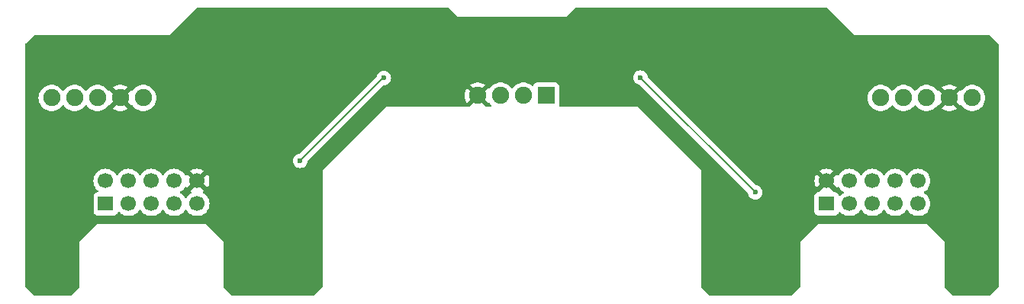
<source format=gbl>
G04 #@! TF.GenerationSoftware,KiCad,Pcbnew,8.0.7*
G04 #@! TF.CreationDate,2025-01-25T19:39:47+00:00*
G04 #@! TF.ProjectId,NB3_eyes,4e42335f-6579-4657-932e-6b696361645f,0.0.1*
G04 #@! TF.SameCoordinates,PX9d6ebcaPY67ee71d*
G04 #@! TF.FileFunction,Copper,L2,Bot*
G04 #@! TF.FilePolarity,Positive*
%FSLAX46Y46*%
G04 Gerber Fmt 4.6, Leading zero omitted, Abs format (unit mm)*
G04 Created by KiCad (PCBNEW 8.0.7) date 2025-01-25 19:39:47*
%MOMM*%
%LPD*%
G01*
G04 APERTURE LIST*
G04 #@! TA.AperFunction,ComponentPad*
%ADD10R,1.900000X1.900000*%
G04 #@! TD*
G04 #@! TA.AperFunction,ComponentPad*
%ADD11C,1.900000*%
G04 #@! TD*
G04 #@! TA.AperFunction,ComponentPad*
%ADD12R,1.700000X1.574803*%
G04 #@! TD*
G04 #@! TA.AperFunction,ComponentPad*
%ADD13C,1.700000*%
G04 #@! TD*
G04 #@! TA.AperFunction,ViaPad*
%ADD14C,0.600000*%
G04 #@! TD*
G04 #@! TA.AperFunction,Conductor*
%ADD15C,0.200000*%
G04 #@! TD*
G04 APERTURE END LIST*
D10*
X3810021Y23261512D03*
D11*
X1270016Y23261512D03*
X-1269990Y23261512D03*
X-3809995Y23261512D03*
D12*
X34919990Y11229997D03*
D13*
X34919990Y13770003D03*
X37459995Y11229997D03*
X37459995Y13770003D03*
X40000000Y11229997D03*
X40000000Y13770003D03*
X42540005Y11229997D03*
X42540005Y13770003D03*
X45080010Y11229997D03*
X45080010Y13770003D03*
D12*
X-45080010Y11229997D03*
D13*
X-45080010Y13770003D03*
X-42540005Y11229997D03*
X-42540005Y13770003D03*
X-40000000Y11229997D03*
X-40000000Y13770003D03*
X-37459995Y11229997D03*
X-37459995Y13770003D03*
X-34919990Y11229997D03*
X-34919990Y13770003D03*
D11*
X51080010Y23000000D03*
X48540005Y23000000D03*
X46000000Y23000000D03*
X43459995Y23000000D03*
X40919990Y23000000D03*
X-51080010Y23000000D03*
X-48540005Y23000000D03*
X-46000000Y23000000D03*
X-43459995Y23000000D03*
X-40919990Y23000000D03*
D14*
X-23500000Y16000000D03*
X-14218750Y25218750D03*
X14250000Y25250000D03*
X27000000Y12500000D03*
D15*
X14250000Y25250000D02*
X27000000Y12500000D01*
X-14218750Y25218750D02*
X-14281250Y25218750D01*
X-14281250Y25218750D02*
X-23500000Y16000000D01*
G04 #@! TA.AperFunction,Conductor*
G36*
X-35432520Y13557706D02*
G01*
X-35360110Y13432287D01*
X-35257706Y13329883D01*
X-35132287Y13257473D01*
X-35090235Y13246205D01*
X-35681363Y12655078D01*
X-35605391Y12601881D01*
X-35561766Y12547304D01*
X-35554574Y12477805D01*
X-35586096Y12415451D01*
X-35605391Y12398731D01*
X-35791396Y12268489D01*
X-35958485Y12101400D01*
X-36088418Y11915835D01*
X-36142995Y11872210D01*
X-36212493Y11865017D01*
X-36274848Y11896539D01*
X-36291568Y11915835D01*
X-36421501Y12101400D01*
X-36588593Y12268491D01*
X-36588600Y12268496D01*
X-36774157Y12398425D01*
X-36817782Y12453002D01*
X-36824975Y12522500D01*
X-36793453Y12584855D01*
X-36774157Y12601575D01*
X-36697749Y12655077D01*
X-36588594Y12731508D01*
X-36421500Y12898602D01*
X-36291261Y13084603D01*
X-36236686Y13128226D01*
X-36167188Y13135420D01*
X-36104833Y13103897D01*
X-36088114Y13084602D01*
X-36034918Y13008631D01*
X-36034917Y13008631D01*
X-35443789Y13599759D01*
X-35432520Y13557706D01*
G37*
G04 #@! TD.AperFunction*
G04 #@! TA.AperFunction,Conductor*
G36*
X36034915Y13008632D02*
G01*
X36088113Y13084603D01*
X36142690Y13128227D01*
X36212189Y13135419D01*
X36274543Y13103896D01*
X36291262Y13084601D01*
X36421495Y12898608D01*
X36421500Y12898602D01*
X36588594Y12731508D01*
X36697747Y12655078D01*
X36774157Y12601575D01*
X36817782Y12546998D01*
X36824975Y12477500D01*
X36793453Y12415145D01*
X36774157Y12398425D01*
X36588595Y12268494D01*
X36449659Y12129558D01*
X36388336Y12096074D01*
X36318644Y12101058D01*
X36262711Y12142930D01*
X36245796Y12173907D01*
X36213787Y12259728D01*
X36213783Y12259735D01*
X36127537Y12374944D01*
X36127534Y12374947D01*
X36012325Y12461193D01*
X36012318Y12461197D01*
X35877472Y12511491D01*
X35877473Y12511491D01*
X35817873Y12517898D01*
X35817871Y12517899D01*
X35817863Y12517899D01*
X35817855Y12517899D01*
X35804683Y12517899D01*
X35737644Y12537584D01*
X35691889Y12590388D01*
X35681155Y12652704D01*
X35681362Y12655077D01*
X35090234Y13246205D01*
X35132287Y13257473D01*
X35257706Y13329883D01*
X35360110Y13432287D01*
X35432520Y13557706D01*
X35443788Y13599759D01*
X36034915Y13008632D01*
G37*
G04 #@! TD.AperFunction*
G04 #@! TA.AperFunction,Conductor*
G36*
X-6984323Y32980315D02*
G01*
X-6963681Y32963681D01*
X-6000000Y32000000D01*
X6000000Y32000000D01*
X6963681Y32963681D01*
X7025004Y32997166D01*
X7051362Y33000000D01*
X34948638Y33000000D01*
X35015677Y32980315D01*
X35036319Y32963681D01*
X38000000Y30000000D01*
X52948638Y30000000D01*
X53015677Y29980315D01*
X53036319Y29963681D01*
X53963681Y29036319D01*
X53997166Y28974996D01*
X54000000Y28948638D01*
X54000000Y2051362D01*
X53980315Y1984323D01*
X53963681Y1963681D01*
X53036319Y1036319D01*
X52974996Y1002834D01*
X52948638Y1000000D01*
X49051362Y1000000D01*
X48984323Y1019685D01*
X48963681Y1036319D01*
X48036319Y1963681D01*
X48002834Y2025004D01*
X48000000Y2051362D01*
X48000000Y7000000D01*
X46000000Y9000000D01*
X34000000Y9000000D01*
X33999999Y9000000D01*
X32000000Y7000001D01*
X32000000Y2051362D01*
X31980315Y1984323D01*
X31963681Y1963681D01*
X31036319Y1036319D01*
X30974996Y1002834D01*
X30948638Y1000000D01*
X22051362Y1000000D01*
X21984323Y1019685D01*
X21963681Y1036319D01*
X21036319Y1963681D01*
X21002834Y2025004D01*
X21000000Y2051362D01*
X21000000Y15000000D01*
X14000000Y22000000D01*
X13577816Y22000000D01*
X13570187Y22000500D01*
X13565892Y22000500D01*
X5356794Y22000500D01*
X5289755Y22020185D01*
X5244000Y22072989D01*
X5234056Y22142147D01*
X5240612Y22167833D01*
X5254112Y22204030D01*
X5254591Y22208483D01*
X5260521Y22263639D01*
X5260520Y24259384D01*
X5254112Y24318995D01*
X5249103Y24332424D01*
X5203818Y24453841D01*
X5203814Y24453848D01*
X5117568Y24569057D01*
X5117565Y24569060D01*
X5002356Y24655306D01*
X5002349Y24655310D01*
X4867503Y24705604D01*
X4867504Y24705604D01*
X4807904Y24712011D01*
X4807902Y24712012D01*
X4807894Y24712012D01*
X4807885Y24712012D01*
X2812150Y24712012D01*
X2812144Y24712011D01*
X2752537Y24705604D01*
X2617692Y24655310D01*
X2617685Y24655306D01*
X2502476Y24569060D01*
X2502473Y24569057D01*
X2416227Y24453848D01*
X2416222Y24453838D01*
X2404037Y24421169D01*
X2362165Y24365236D01*
X2296701Y24340820D01*
X2228428Y24355672D01*
X2211693Y24366651D01*
X2066085Y24479983D01*
X1854673Y24594394D01*
X1854668Y24594396D01*
X1627316Y24672446D01*
X1428609Y24705604D01*
X1390208Y24712012D01*
X1149824Y24712012D01*
X1111423Y24705604D01*
X912715Y24672446D01*
X685363Y24594396D01*
X685358Y24594394D01*
X473946Y24479983D01*
X473940Y24479979D01*
X284258Y24332343D01*
X284255Y24332340D01*
X284252Y24332338D01*
X284252Y24332337D01*
X121445Y24155481D01*
X103821Y24128505D01*
X50674Y24083149D01*
X-18558Y24073726D01*
X-81893Y24103229D01*
X-103795Y24128505D01*
X-121419Y24155481D01*
X-284226Y24332337D01*
X-284231Y24332341D01*
X-284233Y24332343D01*
X-473915Y24479979D01*
X-473921Y24479983D01*
X-685333Y24594394D01*
X-685338Y24594396D01*
X-912690Y24672446D01*
X-1111397Y24705604D01*
X-1149798Y24712012D01*
X-1390182Y24712012D01*
X-1428583Y24705604D01*
X-1627291Y24672446D01*
X-1854643Y24594396D01*
X-1854648Y24594394D01*
X-2066060Y24479983D01*
X-2066066Y24479979D01*
X-2255748Y24332343D01*
X-2255751Y24332340D01*
X-2418560Y24155483D01*
X-2418564Y24155477D01*
X-2436486Y24128047D01*
X-2489634Y24082692D01*
X-2558866Y24073271D01*
X-2601339Y24093057D01*
X-2622685Y24095271D01*
X-3208944Y23509012D01*
X-3233961Y23569409D01*
X-3305097Y23675871D01*
X-3395636Y23766410D01*
X-3502098Y23837546D01*
X-3562498Y23862565D01*
X-2975569Y24449493D01*
X-2975569Y24449495D01*
X-3014194Y24479558D01*
X-3014200Y24479562D01*
X-3225540Y24593934D01*
X-3225546Y24593936D01*
X-3452819Y24671959D01*
X-3689846Y24711512D01*
X-3930144Y24711512D01*
X-4167172Y24671959D01*
X-4394445Y24593936D01*
X-4394451Y24593934D01*
X-4605786Y24479564D01*
X-4644424Y24449493D01*
X-4057494Y23862564D01*
X-4117892Y23837546D01*
X-4224354Y23766410D01*
X-4314893Y23675871D01*
X-4386029Y23569409D01*
X-4411047Y23509011D01*
X-4997308Y24095271D01*
X-5089603Y23954001D01*
X-5186130Y23733941D01*
X-5245121Y23500989D01*
X-5264964Y23261518D01*
X-5264964Y23261507D01*
X-5245121Y23022036D01*
X-5186130Y22789084D01*
X-5089604Y22569027D01*
X-4997307Y22427755D01*
X-4411048Y23014015D01*
X-4386029Y22953615D01*
X-4314893Y22847153D01*
X-4224354Y22756614D01*
X-4117892Y22685478D01*
X-4057494Y22660461D01*
X-4681136Y22036819D01*
X-4742459Y22003334D01*
X-4768817Y22000500D01*
X-13570188Y22000500D01*
X-13577817Y22000000D01*
X-14000001Y22000000D01*
X-21000000Y15000001D01*
X-21000000Y2051362D01*
X-21019685Y1984323D01*
X-21036319Y1963681D01*
X-21963681Y1036319D01*
X-22025004Y1002834D01*
X-22051362Y1000000D01*
X-30948638Y1000000D01*
X-31015677Y1019685D01*
X-31036319Y1036319D01*
X-31963681Y1963681D01*
X-31997166Y2025004D01*
X-32000000Y2051362D01*
X-32000000Y7000000D01*
X-34000000Y9000000D01*
X-46000000Y9000000D01*
X-46000001Y9000000D01*
X-48000000Y7000001D01*
X-48000000Y2051362D01*
X-48019685Y1984323D01*
X-48036319Y1963681D01*
X-48963681Y1036319D01*
X-49025004Y1002834D01*
X-49051362Y1000000D01*
X-52948638Y1000000D01*
X-53015677Y1019685D01*
X-53036319Y1036319D01*
X-53963681Y1963681D01*
X-53997166Y2025004D01*
X-54000000Y2051362D01*
X-54000000Y13770004D01*
X-46435669Y13770004D01*
X-46435669Y13770003D01*
X-46415074Y13534600D01*
X-46415072Y13534590D01*
X-46353916Y13306348D01*
X-46353914Y13306344D01*
X-46353913Y13306340D01*
X-46259512Y13103897D01*
X-46254045Y13092173D01*
X-46254043Y13092169D01*
X-46191089Y13002262D01*
X-46118509Y12898607D01*
X-46118504Y12898601D01*
X-45947583Y12727680D01*
X-45948457Y12726807D01*
X-45913102Y12673667D01*
X-45911994Y12603806D01*
X-45948831Y12544436D01*
X-46011918Y12514407D01*
X-46018252Y12513560D01*
X-46037491Y12511492D01*
X-46172339Y12461197D01*
X-46172346Y12461193D01*
X-46287555Y12374947D01*
X-46287558Y12374944D01*
X-46373804Y12259735D01*
X-46373808Y12259728D01*
X-46424102Y12124882D01*
X-46430509Y12065283D01*
X-46430510Y12065264D01*
X-46430510Y10394725D01*
X-46430509Y10394719D01*
X-46424102Y10335112D01*
X-46373808Y10200267D01*
X-46373804Y10200260D01*
X-46287558Y10085051D01*
X-46287555Y10085048D01*
X-46172346Y9998802D01*
X-46172339Y9998798D01*
X-46037493Y9948504D01*
X-46037494Y9948504D01*
X-46030566Y9947760D01*
X-45977883Y9942095D01*
X-44182138Y9942096D01*
X-44122527Y9948504D01*
X-43987679Y9998799D01*
X-43872464Y10085049D01*
X-43786214Y10200264D01*
X-43754204Y10286089D01*
X-43712334Y10342022D01*
X-43646870Y10366440D01*
X-43578597Y10351589D01*
X-43550341Y10330437D01*
X-43411406Y10191502D01*
X-43314621Y10123732D01*
X-43217840Y10055965D01*
X-43217838Y10055964D01*
X-43217835Y10055962D01*
X-43003668Y9956094D01*
X-43003662Y9956093D01*
X-43003661Y9956092D01*
X-42951430Y9942097D01*
X-42775413Y9894934D01*
X-42587087Y9878458D01*
X-42540006Y9874338D01*
X-42540005Y9874338D01*
X-42540004Y9874338D01*
X-42500771Y9877771D01*
X-42304597Y9894934D01*
X-42076342Y9956094D01*
X-41862175Y10055962D01*
X-41668604Y10191502D01*
X-41501510Y10358596D01*
X-41371577Y10544161D01*
X-41317001Y10587784D01*
X-41247503Y10594978D01*
X-41185148Y10563455D01*
X-41168428Y10544159D01*
X-41038495Y10358596D01*
X-40871401Y10191502D01*
X-40774616Y10123732D01*
X-40677835Y10055965D01*
X-40677833Y10055964D01*
X-40677830Y10055962D01*
X-40463663Y9956094D01*
X-40463657Y9956093D01*
X-40463656Y9956092D01*
X-40411425Y9942097D01*
X-40235408Y9894934D01*
X-40047082Y9878458D01*
X-40000001Y9874338D01*
X-40000000Y9874338D01*
X-39999999Y9874338D01*
X-39960766Y9877771D01*
X-39764592Y9894934D01*
X-39536337Y9956094D01*
X-39322170Y10055962D01*
X-39128599Y10191502D01*
X-38961505Y10358596D01*
X-38831572Y10544161D01*
X-38776996Y10587784D01*
X-38707498Y10594978D01*
X-38645143Y10563455D01*
X-38628423Y10544159D01*
X-38498490Y10358596D01*
X-38331396Y10191502D01*
X-38234611Y10123732D01*
X-38137830Y10055965D01*
X-38137828Y10055964D01*
X-38137825Y10055962D01*
X-37923658Y9956094D01*
X-37923652Y9956093D01*
X-37923651Y9956092D01*
X-37871420Y9942097D01*
X-37695403Y9894934D01*
X-37507077Y9878458D01*
X-37459996Y9874338D01*
X-37459995Y9874338D01*
X-37459994Y9874338D01*
X-37420761Y9877771D01*
X-37224587Y9894934D01*
X-36996332Y9956094D01*
X-36782165Y10055962D01*
X-36588594Y10191502D01*
X-36421500Y10358596D01*
X-36291567Y10544161D01*
X-36236991Y10587784D01*
X-36167493Y10594978D01*
X-36105138Y10563455D01*
X-36088418Y10544159D01*
X-35958485Y10358596D01*
X-35791391Y10191502D01*
X-35694606Y10123732D01*
X-35597825Y10055965D01*
X-35597823Y10055964D01*
X-35597820Y10055962D01*
X-35383653Y9956094D01*
X-35383647Y9956093D01*
X-35383646Y9956092D01*
X-35331415Y9942097D01*
X-35155398Y9894934D01*
X-34967072Y9878458D01*
X-34919991Y9874338D01*
X-34919990Y9874338D01*
X-34919989Y9874338D01*
X-34880756Y9877771D01*
X-34684582Y9894934D01*
X-34456327Y9956094D01*
X-34242160Y10055962D01*
X-34048589Y10191502D01*
X-33881495Y10358596D01*
X-33745955Y10552167D01*
X-33646087Y10766334D01*
X-33584927Y10994589D01*
X-33564331Y11229997D01*
X-33584927Y11465405D01*
X-33646087Y11693660D01*
X-33745955Y11907826D01*
X-33808911Y11997738D01*
X-33881496Y12101400D01*
X-34048588Y12268491D01*
X-34048595Y12268496D01*
X-34234589Y12398731D01*
X-34278214Y12453308D01*
X-34285407Y12522806D01*
X-34253885Y12585161D01*
X-34234590Y12601880D01*
X-34158619Y12655078D01*
X-34749746Y13246205D01*
X-34707693Y13257473D01*
X-34582274Y13329883D01*
X-34479870Y13432287D01*
X-34407460Y13557706D01*
X-34396192Y13599759D01*
X-33805065Y13008632D01*
X-33746391Y13092423D01*
X-33646561Y13306511D01*
X-33646557Y13306520D01*
X-33585423Y13534677D01*
X-33585421Y13534688D01*
X-33564833Y13770002D01*
X-33564833Y13770005D01*
X-33585421Y14005319D01*
X-33585423Y14005330D01*
X-33646557Y14233487D01*
X-33646561Y14233496D01*
X-33746389Y14447579D01*
X-33805065Y14531377D01*
X-34396193Y13940249D01*
X-34407460Y13982300D01*
X-34479870Y14107719D01*
X-34582274Y14210123D01*
X-34707693Y14282533D01*
X-34749746Y14293802D01*
X-34158618Y14884930D01*
X-34242414Y14943605D01*
X-34456498Y15043433D01*
X-34456507Y15043437D01*
X-34684664Y15104571D01*
X-34684675Y15104573D01*
X-34919988Y15125160D01*
X-34919992Y15125160D01*
X-35155306Y15104573D01*
X-35155317Y15104571D01*
X-35383474Y15043437D01*
X-35383483Y15043433D01*
X-35597567Y14943604D01*
X-35597569Y14943603D01*
X-35681363Y14884930D01*
X-35681364Y14884930D01*
X-35090235Y14293802D01*
X-35132287Y14282533D01*
X-35257706Y14210123D01*
X-35360110Y14107719D01*
X-35432520Y13982300D01*
X-35443788Y13940248D01*
X-36034917Y14531377D01*
X-36034918Y14531376D01*
X-36088112Y14455405D01*
X-36142689Y14411780D01*
X-36212187Y14404586D01*
X-36274542Y14436109D01*
X-36291262Y14455405D01*
X-36421501Y14641406D01*
X-36588593Y14808497D01*
X-36588600Y14808502D01*
X-36782161Y14944036D01*
X-36782165Y14944038D01*
X-36902178Y15000001D01*
X-36996332Y15043906D01*
X-36996336Y15043907D01*
X-36996340Y15043909D01*
X-37224582Y15105065D01*
X-37224592Y15105067D01*
X-37459994Y15125662D01*
X-37459996Y15125662D01*
X-37695399Y15105067D01*
X-37695409Y15105065D01*
X-37923651Y15043909D01*
X-37923660Y15043905D01*
X-38137824Y14944039D01*
X-38137826Y14944038D01*
X-38331398Y14808498D01*
X-38498490Y14641406D01*
X-38628423Y14455841D01*
X-38683000Y14412216D01*
X-38752498Y14405023D01*
X-38814853Y14436545D01*
X-38831573Y14455841D01*
X-38961506Y14641406D01*
X-39128598Y14808497D01*
X-39128605Y14808502D01*
X-39322166Y14944036D01*
X-39322170Y14944038D01*
X-39442183Y15000001D01*
X-39536337Y15043906D01*
X-39536341Y15043907D01*
X-39536345Y15043909D01*
X-39764587Y15105065D01*
X-39764597Y15105067D01*
X-39999999Y15125662D01*
X-40000001Y15125662D01*
X-40235404Y15105067D01*
X-40235414Y15105065D01*
X-40463656Y15043909D01*
X-40463665Y15043905D01*
X-40677829Y14944039D01*
X-40677831Y14944038D01*
X-40871403Y14808498D01*
X-41038495Y14641406D01*
X-41168428Y14455841D01*
X-41223005Y14412216D01*
X-41292503Y14405023D01*
X-41354858Y14436545D01*
X-41371578Y14455841D01*
X-41501511Y14641406D01*
X-41668603Y14808497D01*
X-41668610Y14808502D01*
X-41862171Y14944036D01*
X-41862175Y14944038D01*
X-41982188Y15000001D01*
X-42076342Y15043906D01*
X-42076346Y15043907D01*
X-42076350Y15043909D01*
X-42304592Y15105065D01*
X-42304602Y15105067D01*
X-42540004Y15125662D01*
X-42540006Y15125662D01*
X-42775409Y15105067D01*
X-42775419Y15105065D01*
X-43003661Y15043909D01*
X-43003670Y15043905D01*
X-43217834Y14944039D01*
X-43217836Y14944038D01*
X-43411408Y14808498D01*
X-43578500Y14641406D01*
X-43708433Y14455841D01*
X-43763010Y14412216D01*
X-43832508Y14405023D01*
X-43894863Y14436545D01*
X-43911583Y14455841D01*
X-44041516Y14641406D01*
X-44208608Y14808497D01*
X-44208615Y14808502D01*
X-44402176Y14944036D01*
X-44402180Y14944038D01*
X-44522193Y15000001D01*
X-44616347Y15043906D01*
X-44616351Y15043907D01*
X-44616355Y15043909D01*
X-44844597Y15105065D01*
X-44844607Y15105067D01*
X-45080009Y15125662D01*
X-45080011Y15125662D01*
X-45315414Y15105067D01*
X-45315424Y15105065D01*
X-45543666Y15043909D01*
X-45543675Y15043905D01*
X-45757839Y14944039D01*
X-45757841Y14944038D01*
X-45951413Y14808498D01*
X-46118505Y14641406D01*
X-46254045Y14447834D01*
X-46254046Y14447832D01*
X-46353912Y14233668D01*
X-46353916Y14233659D01*
X-46415072Y14005417D01*
X-46415074Y14005407D01*
X-46435669Y13770004D01*
X-54000000Y13770004D01*
X-54000000Y16000004D01*
X-24305565Y16000004D01*
X-24305565Y15999997D01*
X-24285370Y15820751D01*
X-24285369Y15820746D01*
X-24225789Y15650477D01*
X-24129816Y15497738D01*
X-24002262Y15370184D01*
X-23849522Y15274211D01*
X-23679255Y15214632D01*
X-23679250Y15214631D01*
X-23500004Y15194435D01*
X-23500000Y15194435D01*
X-23499996Y15194435D01*
X-23320751Y15214631D01*
X-23320748Y15214632D01*
X-23320745Y15214632D01*
X-23150478Y15274211D01*
X-22997738Y15370184D01*
X-22870184Y15497738D01*
X-22774211Y15650478D01*
X-22714632Y15820745D01*
X-22704839Y15907671D01*
X-22677774Y15972082D01*
X-22669310Y15981457D01*
X-14270652Y24380115D01*
X-14209331Y24413598D01*
X-14196860Y24415652D01*
X-14144489Y24421553D01*
X-14039501Y24433381D01*
X-14039498Y24433382D01*
X-14039495Y24433382D01*
X-13869228Y24492961D01*
X-13716488Y24588934D01*
X-13588934Y24716488D01*
X-13492961Y24869228D01*
X-13433382Y25039495D01*
X-13413185Y25218750D01*
X-13416706Y25249997D01*
X-13416707Y25250004D01*
X13444435Y25250004D01*
X13444435Y25249997D01*
X13464630Y25070751D01*
X13464631Y25070746D01*
X13524211Y24900477D01*
X13543847Y24869227D01*
X13620184Y24747738D01*
X13747738Y24620184D01*
X13900478Y24524211D01*
X14070745Y24464632D01*
X14157669Y24454839D01*
X14222080Y24427774D01*
X14231465Y24419300D01*
X26169298Y12481467D01*
X26202783Y12420144D01*
X26204837Y12407670D01*
X26214630Y12320751D01*
X26274210Y12150479D01*
X26370184Y11997738D01*
X26497738Y11870184D01*
X26650478Y11774211D01*
X26820745Y11714632D01*
X26820750Y11714631D01*
X26999996Y11694435D01*
X27000000Y11694435D01*
X27000004Y11694435D01*
X27179249Y11714631D01*
X27179252Y11714632D01*
X27179255Y11714632D01*
X27349522Y11774211D01*
X27502262Y11870184D01*
X27629816Y11997738D01*
X27725789Y12150478D01*
X27785368Y12320745D01*
X27791475Y12374947D01*
X27805565Y12499997D01*
X27805565Y12500004D01*
X27785369Y12679250D01*
X27785368Y12679255D01*
X27725788Y12849524D01*
X27629815Y13002263D01*
X27502262Y13129816D01*
X27349521Y13225790D01*
X27179249Y13285370D01*
X27092330Y13295163D01*
X27027916Y13322230D01*
X27018533Y13330702D01*
X26579230Y13770005D01*
X33564833Y13770005D01*
X33564833Y13770002D01*
X33585420Y13534688D01*
X33585422Y13534677D01*
X33646556Y13306520D01*
X33646560Y13306511D01*
X33746388Y13092427D01*
X33805063Y13008631D01*
X34396191Y13599759D01*
X34407460Y13557706D01*
X34479870Y13432287D01*
X34582274Y13329883D01*
X34707693Y13257473D01*
X34749745Y13246205D01*
X34158616Y12655077D01*
X34158824Y12652704D01*
X34145056Y12584205D01*
X34096440Y12534022D01*
X34035304Y12517899D01*
X34022123Y12517899D01*
X34022113Y12517898D01*
X33962506Y12511491D01*
X33827661Y12461197D01*
X33827654Y12461193D01*
X33712445Y12374947D01*
X33712442Y12374944D01*
X33626196Y12259735D01*
X33626192Y12259728D01*
X33575898Y12124882D01*
X33569491Y12065283D01*
X33569490Y12065264D01*
X33569490Y10394725D01*
X33569491Y10394719D01*
X33575898Y10335112D01*
X33626192Y10200267D01*
X33626196Y10200260D01*
X33712442Y10085051D01*
X33712445Y10085048D01*
X33827654Y9998802D01*
X33827661Y9998798D01*
X33962507Y9948504D01*
X33962506Y9948504D01*
X33969434Y9947760D01*
X34022117Y9942095D01*
X35817862Y9942096D01*
X35877473Y9948504D01*
X36012321Y9998799D01*
X36127536Y10085049D01*
X36213786Y10200264D01*
X36245796Y10286089D01*
X36287666Y10342022D01*
X36353130Y10366440D01*
X36421403Y10351589D01*
X36449659Y10330437D01*
X36588594Y10191502D01*
X36685379Y10123732D01*
X36782160Y10055965D01*
X36782162Y10055964D01*
X36782165Y10055962D01*
X36996332Y9956094D01*
X36996338Y9956093D01*
X36996339Y9956092D01*
X37048570Y9942097D01*
X37224587Y9894934D01*
X37412913Y9878458D01*
X37459994Y9874338D01*
X37459995Y9874338D01*
X37459996Y9874338D01*
X37499229Y9877771D01*
X37695403Y9894934D01*
X37923658Y9956094D01*
X38137825Y10055962D01*
X38331396Y10191502D01*
X38498490Y10358596D01*
X38628423Y10544161D01*
X38682999Y10587784D01*
X38752497Y10594978D01*
X38814852Y10563455D01*
X38831572Y10544159D01*
X38961505Y10358596D01*
X39128599Y10191502D01*
X39225384Y10123732D01*
X39322165Y10055965D01*
X39322167Y10055964D01*
X39322170Y10055962D01*
X39536337Y9956094D01*
X39536343Y9956093D01*
X39536344Y9956092D01*
X39588575Y9942097D01*
X39764592Y9894934D01*
X39952918Y9878458D01*
X39999999Y9874338D01*
X40000000Y9874338D01*
X40000001Y9874338D01*
X40039234Y9877771D01*
X40235408Y9894934D01*
X40463663Y9956094D01*
X40677830Y10055962D01*
X40871401Y10191502D01*
X41038495Y10358596D01*
X41168428Y10544161D01*
X41223004Y10587784D01*
X41292502Y10594978D01*
X41354857Y10563455D01*
X41371577Y10544159D01*
X41501510Y10358596D01*
X41668604Y10191502D01*
X41765389Y10123732D01*
X41862170Y10055965D01*
X41862172Y10055964D01*
X41862175Y10055962D01*
X42076342Y9956094D01*
X42076348Y9956093D01*
X42076349Y9956092D01*
X42128580Y9942097D01*
X42304597Y9894934D01*
X42492923Y9878458D01*
X42540004Y9874338D01*
X42540005Y9874338D01*
X42540006Y9874338D01*
X42579239Y9877771D01*
X42775413Y9894934D01*
X43003668Y9956094D01*
X43217835Y10055962D01*
X43411406Y10191502D01*
X43578500Y10358596D01*
X43708433Y10544161D01*
X43763009Y10587784D01*
X43832507Y10594978D01*
X43894862Y10563455D01*
X43911582Y10544159D01*
X44041515Y10358596D01*
X44208609Y10191502D01*
X44305394Y10123732D01*
X44402175Y10055965D01*
X44402177Y10055964D01*
X44402180Y10055962D01*
X44616347Y9956094D01*
X44616353Y9956093D01*
X44616354Y9956092D01*
X44668585Y9942097D01*
X44844602Y9894934D01*
X45032928Y9878458D01*
X45080009Y9874338D01*
X45080010Y9874338D01*
X45080011Y9874338D01*
X45119244Y9877771D01*
X45315418Y9894934D01*
X45543673Y9956094D01*
X45757840Y10055962D01*
X45951411Y10191502D01*
X46118505Y10358596D01*
X46254045Y10552167D01*
X46353913Y10766334D01*
X46415073Y10994589D01*
X46435669Y11229997D01*
X46415073Y11465405D01*
X46353913Y11693660D01*
X46254045Y11907826D01*
X46191089Y11997738D01*
X46118504Y12101400D01*
X45951412Y12268491D01*
X45951405Y12268496D01*
X45765848Y12398425D01*
X45722223Y12453002D01*
X45715030Y12522500D01*
X45746552Y12584855D01*
X45765848Y12601575D01*
X45842256Y12655077D01*
X45951411Y12731508D01*
X46118505Y12898602D01*
X46254045Y13092173D01*
X46353913Y13306340D01*
X46415073Y13534595D01*
X46435669Y13770003D01*
X46415073Y14005411D01*
X46353913Y14233666D01*
X46254045Y14447832D01*
X46248743Y14455405D01*
X46118504Y14641406D01*
X45951412Y14808497D01*
X45951405Y14808502D01*
X45757844Y14944036D01*
X45757840Y14944038D01*
X45637827Y15000001D01*
X45543673Y15043906D01*
X45543669Y15043907D01*
X45543665Y15043909D01*
X45315423Y15105065D01*
X45315413Y15105067D01*
X45080011Y15125662D01*
X45080009Y15125662D01*
X44844606Y15105067D01*
X44844596Y15105065D01*
X44616354Y15043909D01*
X44616345Y15043905D01*
X44402181Y14944039D01*
X44402179Y14944038D01*
X44208607Y14808498D01*
X44041515Y14641406D01*
X43911582Y14455841D01*
X43857005Y14412216D01*
X43787507Y14405023D01*
X43725152Y14436545D01*
X43708432Y14455841D01*
X43578499Y14641406D01*
X43411407Y14808497D01*
X43411400Y14808502D01*
X43217839Y14944036D01*
X43217835Y14944038D01*
X43097822Y15000001D01*
X43003668Y15043906D01*
X43003664Y15043907D01*
X43003660Y15043909D01*
X42775418Y15105065D01*
X42775408Y15105067D01*
X42540006Y15125662D01*
X42540004Y15125662D01*
X42304601Y15105067D01*
X42304591Y15105065D01*
X42076349Y15043909D01*
X42076340Y15043905D01*
X41862176Y14944039D01*
X41862174Y14944038D01*
X41668602Y14808498D01*
X41501510Y14641406D01*
X41371577Y14455841D01*
X41317000Y14412216D01*
X41247502Y14405023D01*
X41185147Y14436545D01*
X41168427Y14455841D01*
X41038494Y14641406D01*
X40871402Y14808497D01*
X40871395Y14808502D01*
X40677834Y14944036D01*
X40677830Y14944038D01*
X40557817Y15000001D01*
X40463663Y15043906D01*
X40463659Y15043907D01*
X40463655Y15043909D01*
X40235413Y15105065D01*
X40235403Y15105067D01*
X40000001Y15125662D01*
X39999999Y15125662D01*
X39764596Y15105067D01*
X39764586Y15105065D01*
X39536344Y15043909D01*
X39536335Y15043905D01*
X39322171Y14944039D01*
X39322169Y14944038D01*
X39128597Y14808498D01*
X38961505Y14641406D01*
X38831572Y14455841D01*
X38776995Y14412216D01*
X38707497Y14405023D01*
X38645142Y14436545D01*
X38628422Y14455841D01*
X38498489Y14641406D01*
X38331397Y14808497D01*
X38331390Y14808502D01*
X38137829Y14944036D01*
X38137825Y14944038D01*
X38017812Y15000001D01*
X37923658Y15043906D01*
X37923654Y15043907D01*
X37923650Y15043909D01*
X37695408Y15105065D01*
X37695398Y15105067D01*
X37459996Y15125662D01*
X37459994Y15125662D01*
X37224591Y15105067D01*
X37224581Y15105065D01*
X36996339Y15043909D01*
X36996330Y15043905D01*
X36782166Y14944039D01*
X36782164Y14944038D01*
X36588592Y14808498D01*
X36421500Y14641406D01*
X36291262Y14455405D01*
X36236685Y14411780D01*
X36167187Y14404586D01*
X36104832Y14436109D01*
X36088112Y14455404D01*
X36034915Y14531377D01*
X35443787Y13940249D01*
X35432520Y13982300D01*
X35360110Y14107719D01*
X35257706Y14210123D01*
X35132287Y14282533D01*
X35090234Y14293802D01*
X35681362Y14884930D01*
X35597566Y14943605D01*
X35383482Y15043433D01*
X35383473Y15043437D01*
X35155316Y15104571D01*
X35155305Y15104573D01*
X34919992Y15125160D01*
X34919988Y15125160D01*
X34684674Y15104573D01*
X34684663Y15104571D01*
X34456506Y15043437D01*
X34456497Y15043433D01*
X34242413Y14943604D01*
X34242411Y14943603D01*
X34158617Y14884930D01*
X34158616Y14884930D01*
X34749745Y14293802D01*
X34707693Y14282533D01*
X34582274Y14210123D01*
X34479870Y14107719D01*
X34407460Y13982300D01*
X34396192Y13940248D01*
X33805063Y14531377D01*
X33805063Y14531376D01*
X33746390Y14447582D01*
X33746389Y14447580D01*
X33646560Y14233496D01*
X33646556Y14233487D01*
X33585422Y14005330D01*
X33585420Y14005319D01*
X33564833Y13770005D01*
X26579230Y13770005D01*
X17349229Y23000006D01*
X39464519Y23000006D01*
X39464519Y22999995D01*
X39484369Y22760441D01*
X39543379Y22527411D01*
X39639941Y22307271D01*
X39753798Y22133002D01*
X39771419Y22106031D01*
X39934226Y21929175D01*
X39934229Y21929173D01*
X39934232Y21929170D01*
X40123914Y21781534D01*
X40123920Y21781530D01*
X40123923Y21781528D01*
X40335334Y21667118D01*
X40335337Y21667117D01*
X40562689Y21589067D01*
X40562691Y21589067D01*
X40562693Y21589066D01*
X40799798Y21549500D01*
X40799799Y21549500D01*
X41040181Y21549500D01*
X41040182Y21549500D01*
X41277287Y21589066D01*
X41504646Y21667118D01*
X41716057Y21781528D01*
X41716601Y21781951D01*
X41868912Y21900500D01*
X41905754Y21929175D01*
X42068561Y22106031D01*
X42086183Y22133004D01*
X42139326Y22178361D01*
X42208557Y22187786D01*
X42271894Y22158287D01*
X42293798Y22133010D01*
X42311424Y22106031D01*
X42474231Y21929175D01*
X42474234Y21929173D01*
X42474237Y21929170D01*
X42663919Y21781534D01*
X42663925Y21781530D01*
X42663928Y21781528D01*
X42875339Y21667118D01*
X42875342Y21667117D01*
X43102694Y21589067D01*
X43102696Y21589067D01*
X43102698Y21589066D01*
X43339803Y21549500D01*
X43339804Y21549500D01*
X43580186Y21549500D01*
X43580187Y21549500D01*
X43817292Y21589066D01*
X44044651Y21667118D01*
X44256062Y21781528D01*
X44256606Y21781951D01*
X44408917Y21900500D01*
X44445759Y21929175D01*
X44608566Y22106031D01*
X44626188Y22133004D01*
X44679331Y22178361D01*
X44748562Y22187786D01*
X44811899Y22158287D01*
X44833803Y22133010D01*
X44851429Y22106031D01*
X45014236Y21929175D01*
X45014239Y21929173D01*
X45014242Y21929170D01*
X45203924Y21781534D01*
X45203930Y21781530D01*
X45203933Y21781528D01*
X45415344Y21667118D01*
X45415347Y21667117D01*
X45642699Y21589067D01*
X45642701Y21589067D01*
X45642703Y21589066D01*
X45879808Y21549500D01*
X45879809Y21549500D01*
X46120191Y21549500D01*
X46120192Y21549500D01*
X46357297Y21589066D01*
X46584656Y21667118D01*
X46796067Y21781528D01*
X46796611Y21781951D01*
X46948922Y21900500D01*
X46985764Y21929175D01*
X47148571Y22106031D01*
X47166491Y22133461D01*
X47219636Y22178818D01*
X47288867Y22188243D01*
X47331349Y22168457D01*
X47352693Y22166243D01*
X48016206Y22829756D01*
X48027475Y22787703D01*
X48099885Y22662284D01*
X48202289Y22559880D01*
X48327708Y22487470D01*
X48369759Y22476203D01*
X47705577Y21812021D01*
X47744213Y21781949D01*
X47955549Y21667579D01*
X47955555Y21667577D01*
X48182828Y21589554D01*
X48419856Y21550000D01*
X48660154Y21550000D01*
X48897181Y21589554D01*
X49124454Y21667577D01*
X49124460Y21667579D01*
X49335799Y21781951D01*
X49335800Y21781952D01*
X49374431Y21812020D01*
X49374432Y21812021D01*
X48710250Y22476203D01*
X48752302Y22487470D01*
X48877721Y22559880D01*
X48980125Y22662284D01*
X49052535Y22787703D01*
X49063802Y22829756D01*
X49727315Y22166243D01*
X49746657Y22168249D01*
X49759041Y22178818D01*
X49828272Y22188245D01*
X49891609Y22158746D01*
X49913516Y22133464D01*
X49931439Y22106031D01*
X50094246Y21929175D01*
X50094249Y21929173D01*
X50094252Y21929170D01*
X50283934Y21781534D01*
X50283940Y21781530D01*
X50283943Y21781528D01*
X50495354Y21667118D01*
X50495357Y21667117D01*
X50722709Y21589067D01*
X50722711Y21589067D01*
X50722713Y21589066D01*
X50959818Y21549500D01*
X50959819Y21549500D01*
X51200201Y21549500D01*
X51200202Y21549500D01*
X51437307Y21589066D01*
X51664666Y21667118D01*
X51876077Y21781528D01*
X51876621Y21781951D01*
X52028932Y21900500D01*
X52065774Y21929175D01*
X52228581Y22106031D01*
X52360059Y22307272D01*
X52456620Y22527409D01*
X52515630Y22760437D01*
X52529481Y22927589D01*
X52535481Y22999995D01*
X52535481Y23000006D01*
X52515630Y23239560D01*
X52515630Y23239563D01*
X52456620Y23472591D01*
X52360059Y23692728D01*
X52228581Y23893969D01*
X52065774Y24070825D01*
X52065769Y24070829D01*
X52065767Y24070831D01*
X51876085Y24218467D01*
X51876079Y24218471D01*
X51664667Y24332882D01*
X51664662Y24332884D01*
X51437310Y24410934D01*
X51259478Y24440609D01*
X51200202Y24450500D01*
X50959818Y24450500D01*
X50912397Y24442587D01*
X50722709Y24410934D01*
X50495357Y24332884D01*
X50495352Y24332882D01*
X50283940Y24218471D01*
X50283934Y24218467D01*
X50094252Y24070831D01*
X50094249Y24070828D01*
X49931440Y23893971D01*
X49931436Y23893965D01*
X49913514Y23866535D01*
X49860366Y23821180D01*
X49791134Y23811759D01*
X49748661Y23831545D01*
X49727315Y23833759D01*
X49063802Y23170246D01*
X49052535Y23212297D01*
X48980125Y23337716D01*
X48877721Y23440120D01*
X48752302Y23512530D01*
X48710248Y23523799D01*
X49374431Y24187981D01*
X49374431Y24187983D01*
X49335806Y24218046D01*
X49335800Y24218050D01*
X49124460Y24332422D01*
X49124454Y24332424D01*
X48897181Y24410447D01*
X48660154Y24450000D01*
X48419856Y24450000D01*
X48182828Y24410447D01*
X47955555Y24332424D01*
X47955549Y24332422D01*
X47744214Y24218052D01*
X47705576Y24187981D01*
X48369759Y23523798D01*
X48327708Y23512530D01*
X48202289Y23440120D01*
X48099885Y23337716D01*
X48027475Y23212297D01*
X48016207Y23170245D01*
X47352693Y23833759D01*
X47333344Y23831752D01*
X47320956Y23821180D01*
X47251724Y23811760D01*
X47188390Y23841265D01*
X47166492Y23866539D01*
X47153421Y23886545D01*
X47148571Y23893969D01*
X46985764Y24070825D01*
X46985759Y24070829D01*
X46985757Y24070831D01*
X46796075Y24218467D01*
X46796069Y24218471D01*
X46584657Y24332882D01*
X46584652Y24332884D01*
X46357300Y24410934D01*
X46179468Y24440609D01*
X46120192Y24450500D01*
X45879808Y24450500D01*
X45832387Y24442587D01*
X45642699Y24410934D01*
X45415347Y24332884D01*
X45415342Y24332882D01*
X45203930Y24218471D01*
X45203924Y24218467D01*
X45014242Y24070831D01*
X45014239Y24070828D01*
X44851428Y23893969D01*
X44833805Y23866994D01*
X44780658Y23821638D01*
X44711426Y23812215D01*
X44648091Y23841718D01*
X44626189Y23866995D01*
X44613416Y23886545D01*
X44608566Y23893969D01*
X44445759Y24070825D01*
X44445754Y24070829D01*
X44445752Y24070831D01*
X44256070Y24218467D01*
X44256064Y24218471D01*
X44044652Y24332882D01*
X44044647Y24332884D01*
X43817295Y24410934D01*
X43639463Y24440609D01*
X43580187Y24450500D01*
X43339803Y24450500D01*
X43292382Y24442587D01*
X43102694Y24410934D01*
X42875342Y24332884D01*
X42875337Y24332882D01*
X42663925Y24218471D01*
X42663919Y24218467D01*
X42474237Y24070831D01*
X42474234Y24070828D01*
X42311423Y23893969D01*
X42293800Y23866994D01*
X42240653Y23821638D01*
X42171421Y23812215D01*
X42108086Y23841718D01*
X42086184Y23866995D01*
X42073411Y23886545D01*
X42068561Y23893969D01*
X41905754Y24070825D01*
X41905749Y24070829D01*
X41905747Y24070831D01*
X41716065Y24218467D01*
X41716059Y24218471D01*
X41504647Y24332882D01*
X41504642Y24332884D01*
X41277290Y24410934D01*
X41099458Y24440609D01*
X41040182Y24450500D01*
X40799798Y24450500D01*
X40752377Y24442587D01*
X40562689Y24410934D01*
X40335337Y24332884D01*
X40335332Y24332882D01*
X40123920Y24218471D01*
X40123914Y24218467D01*
X39934232Y24070831D01*
X39934229Y24070828D01*
X39771420Y23893971D01*
X39771417Y23893967D01*
X39639941Y23692730D01*
X39543379Y23472590D01*
X39484369Y23239560D01*
X39464519Y23000006D01*
X17349229Y23000006D01*
X15080700Y25268535D01*
X15047215Y25329858D01*
X15045163Y25342314D01*
X15035368Y25429255D01*
X14975789Y25599522D01*
X14879816Y25752262D01*
X14752262Y25879816D01*
X14599523Y25975789D01*
X14429254Y26035369D01*
X14429249Y26035370D01*
X14250004Y26055565D01*
X14249996Y26055565D01*
X14070750Y26035370D01*
X14070745Y26035369D01*
X13900476Y25975789D01*
X13747737Y25879816D01*
X13620184Y25752263D01*
X13524211Y25599524D01*
X13464631Y25429255D01*
X13464630Y25429250D01*
X13444435Y25250004D01*
X-13416707Y25250004D01*
X-13433381Y25398000D01*
X-13433382Y25398005D01*
X-13492962Y25568274D01*
X-13588935Y25721013D01*
X-13716488Y25848566D01*
X-13869227Y25944539D01*
X-14039496Y26004119D01*
X-14039501Y26004120D01*
X-14218746Y26024315D01*
X-14218754Y26024315D01*
X-14398000Y26004120D01*
X-14398005Y26004119D01*
X-14568274Y25944539D01*
X-14721013Y25848566D01*
X-14848566Y25721013D01*
X-14944540Y25568272D01*
X-15004120Y25398001D01*
X-15005977Y25381515D01*
X-15033046Y25317102D01*
X-15041516Y25307721D01*
X-23518535Y16830702D01*
X-23579858Y16797217D01*
X-23592332Y16795163D01*
X-23679250Y16785370D01*
X-23849522Y16725790D01*
X-24002263Y16629816D01*
X-24129816Y16502263D01*
X-24225789Y16349524D01*
X-24285369Y16179255D01*
X-24285370Y16179250D01*
X-24305565Y16000004D01*
X-54000000Y16000004D01*
X-54000000Y23000006D01*
X-52535481Y23000006D01*
X-52535481Y22999995D01*
X-52515631Y22760441D01*
X-52456621Y22527411D01*
X-52360059Y22307271D01*
X-52246202Y22133002D01*
X-52228581Y22106031D01*
X-52065774Y21929175D01*
X-52065771Y21929173D01*
X-52065768Y21929170D01*
X-51876086Y21781534D01*
X-51876080Y21781530D01*
X-51876077Y21781528D01*
X-51664666Y21667118D01*
X-51664663Y21667117D01*
X-51437311Y21589067D01*
X-51437309Y21589067D01*
X-51437307Y21589066D01*
X-51200202Y21549500D01*
X-51200201Y21549500D01*
X-50959819Y21549500D01*
X-50959818Y21549500D01*
X-50722713Y21589066D01*
X-50495354Y21667118D01*
X-50283943Y21781528D01*
X-50283399Y21781951D01*
X-50131088Y21900500D01*
X-50094246Y21929175D01*
X-49931439Y22106031D01*
X-49913817Y22133004D01*
X-49860674Y22178361D01*
X-49791443Y22187786D01*
X-49728106Y22158287D01*
X-49706202Y22133010D01*
X-49688576Y22106031D01*
X-49525769Y21929175D01*
X-49525766Y21929173D01*
X-49525763Y21929170D01*
X-49336081Y21781534D01*
X-49336075Y21781530D01*
X-49336072Y21781528D01*
X-49124661Y21667118D01*
X-49124658Y21667117D01*
X-48897306Y21589067D01*
X-48897304Y21589067D01*
X-48897302Y21589066D01*
X-48660197Y21549500D01*
X-48660196Y21549500D01*
X-48419814Y21549500D01*
X-48419813Y21549500D01*
X-48182708Y21589066D01*
X-47955349Y21667118D01*
X-47743938Y21781528D01*
X-47743394Y21781951D01*
X-47591083Y21900500D01*
X-47554241Y21929175D01*
X-47391434Y22106031D01*
X-47373812Y22133004D01*
X-47320669Y22178361D01*
X-47251438Y22187786D01*
X-47188101Y22158287D01*
X-47166197Y22133010D01*
X-47148571Y22106031D01*
X-46985764Y21929175D01*
X-46985761Y21929173D01*
X-46985758Y21929170D01*
X-46796076Y21781534D01*
X-46796070Y21781530D01*
X-46796067Y21781528D01*
X-46584656Y21667118D01*
X-46584653Y21667117D01*
X-46357301Y21589067D01*
X-46357299Y21589067D01*
X-46357297Y21589066D01*
X-46120192Y21549500D01*
X-46120191Y21549500D01*
X-45879809Y21549500D01*
X-45879808Y21549500D01*
X-45642703Y21589066D01*
X-45415344Y21667118D01*
X-45203933Y21781528D01*
X-45203389Y21781951D01*
X-45051078Y21900500D01*
X-45014236Y21929175D01*
X-44851429Y22106031D01*
X-44833509Y22133461D01*
X-44780364Y22178818D01*
X-44711133Y22188243D01*
X-44668651Y22168457D01*
X-44647307Y22166243D01*
X-43983794Y22829756D01*
X-43972525Y22787703D01*
X-43900115Y22662284D01*
X-43797711Y22559880D01*
X-43672292Y22487470D01*
X-43630241Y22476203D01*
X-44294423Y21812021D01*
X-44255787Y21781949D01*
X-44044451Y21667579D01*
X-44044445Y21667577D01*
X-43817172Y21589554D01*
X-43580144Y21550000D01*
X-43339846Y21550000D01*
X-43102819Y21589554D01*
X-42875546Y21667577D01*
X-42875540Y21667579D01*
X-42664201Y21781951D01*
X-42664200Y21781952D01*
X-42625569Y21812020D01*
X-42625568Y21812021D01*
X-43289750Y22476203D01*
X-43247698Y22487470D01*
X-43122279Y22559880D01*
X-43019875Y22662284D01*
X-42947465Y22787703D01*
X-42936198Y22829756D01*
X-42272685Y22166243D01*
X-42253343Y22168249D01*
X-42240959Y22178818D01*
X-42171728Y22188245D01*
X-42108391Y22158746D01*
X-42086484Y22133464D01*
X-42068561Y22106031D01*
X-41905754Y21929175D01*
X-41905751Y21929173D01*
X-41905748Y21929170D01*
X-41716066Y21781534D01*
X-41716060Y21781530D01*
X-41716057Y21781528D01*
X-41504646Y21667118D01*
X-41504643Y21667117D01*
X-41277291Y21589067D01*
X-41277289Y21589067D01*
X-41277287Y21589066D01*
X-41040182Y21549500D01*
X-41040181Y21549500D01*
X-40799799Y21549500D01*
X-40799798Y21549500D01*
X-40562693Y21589066D01*
X-40335334Y21667118D01*
X-40123923Y21781528D01*
X-40123379Y21781951D01*
X-39971068Y21900500D01*
X-39934226Y21929175D01*
X-39771419Y22106031D01*
X-39639941Y22307272D01*
X-39543380Y22527409D01*
X-39484370Y22760437D01*
X-39470519Y22927589D01*
X-39464519Y22999995D01*
X-39464519Y23000006D01*
X-39484370Y23239560D01*
X-39484370Y23239563D01*
X-39543380Y23472591D01*
X-39639941Y23692728D01*
X-39771419Y23893969D01*
X-39934226Y24070825D01*
X-39934231Y24070829D01*
X-39934233Y24070831D01*
X-40123915Y24218467D01*
X-40123921Y24218471D01*
X-40335333Y24332882D01*
X-40335338Y24332884D01*
X-40562690Y24410934D01*
X-40740522Y24440609D01*
X-40799798Y24450500D01*
X-41040182Y24450500D01*
X-41087603Y24442587D01*
X-41277291Y24410934D01*
X-41504643Y24332884D01*
X-41504648Y24332882D01*
X-41716060Y24218471D01*
X-41716066Y24218467D01*
X-41905748Y24070831D01*
X-41905751Y24070828D01*
X-42068560Y23893971D01*
X-42068564Y23893965D01*
X-42086486Y23866535D01*
X-42139634Y23821180D01*
X-42208866Y23811759D01*
X-42251339Y23831545D01*
X-42272685Y23833759D01*
X-42936198Y23170246D01*
X-42947465Y23212297D01*
X-43019875Y23337716D01*
X-43122279Y23440120D01*
X-43247698Y23512530D01*
X-43289752Y23523799D01*
X-42625569Y24187981D01*
X-42625569Y24187983D01*
X-42664194Y24218046D01*
X-42664200Y24218050D01*
X-42875540Y24332422D01*
X-42875546Y24332424D01*
X-43102819Y24410447D01*
X-43339846Y24450000D01*
X-43580144Y24450000D01*
X-43817172Y24410447D01*
X-44044445Y24332424D01*
X-44044451Y24332422D01*
X-44255786Y24218052D01*
X-44294424Y24187981D01*
X-43630241Y23523798D01*
X-43672292Y23512530D01*
X-43797711Y23440120D01*
X-43900115Y23337716D01*
X-43972525Y23212297D01*
X-43983793Y23170245D01*
X-44647307Y23833759D01*
X-44666656Y23831752D01*
X-44679044Y23821180D01*
X-44748276Y23811760D01*
X-44811610Y23841265D01*
X-44833508Y23866539D01*
X-44846579Y23886545D01*
X-44851429Y23893969D01*
X-45014236Y24070825D01*
X-45014241Y24070829D01*
X-45014243Y24070831D01*
X-45203925Y24218467D01*
X-45203931Y24218471D01*
X-45415343Y24332882D01*
X-45415348Y24332884D01*
X-45642700Y24410934D01*
X-45820532Y24440609D01*
X-45879808Y24450500D01*
X-46120192Y24450500D01*
X-46167613Y24442587D01*
X-46357301Y24410934D01*
X-46584653Y24332884D01*
X-46584658Y24332882D01*
X-46796070Y24218471D01*
X-46796076Y24218467D01*
X-46985758Y24070831D01*
X-46985761Y24070828D01*
X-47148572Y23893969D01*
X-47166195Y23866994D01*
X-47219342Y23821638D01*
X-47288574Y23812215D01*
X-47351909Y23841718D01*
X-47373811Y23866995D01*
X-47386584Y23886545D01*
X-47391434Y23893969D01*
X-47554241Y24070825D01*
X-47554246Y24070829D01*
X-47554248Y24070831D01*
X-47743930Y24218467D01*
X-47743936Y24218471D01*
X-47955348Y24332882D01*
X-47955353Y24332884D01*
X-48182705Y24410934D01*
X-48360537Y24440609D01*
X-48419813Y24450500D01*
X-48660197Y24450500D01*
X-48707618Y24442587D01*
X-48897306Y24410934D01*
X-49124658Y24332884D01*
X-49124663Y24332882D01*
X-49336075Y24218471D01*
X-49336081Y24218467D01*
X-49525763Y24070831D01*
X-49525766Y24070828D01*
X-49688577Y23893969D01*
X-49706200Y23866994D01*
X-49759347Y23821638D01*
X-49828579Y23812215D01*
X-49891914Y23841718D01*
X-49913816Y23866995D01*
X-49926589Y23886545D01*
X-49931439Y23893969D01*
X-50094246Y24070825D01*
X-50094251Y24070829D01*
X-50094253Y24070831D01*
X-50283935Y24218467D01*
X-50283941Y24218471D01*
X-50495353Y24332882D01*
X-50495358Y24332884D01*
X-50722710Y24410934D01*
X-50900542Y24440609D01*
X-50959818Y24450500D01*
X-51200202Y24450500D01*
X-51247623Y24442587D01*
X-51437311Y24410934D01*
X-51664663Y24332884D01*
X-51664668Y24332882D01*
X-51876080Y24218471D01*
X-51876086Y24218467D01*
X-52065768Y24070831D01*
X-52065771Y24070828D01*
X-52228580Y23893971D01*
X-52228583Y23893967D01*
X-52360059Y23692730D01*
X-52456621Y23472590D01*
X-52515631Y23239560D01*
X-52535481Y23000006D01*
X-54000000Y23000006D01*
X-54000000Y28948638D01*
X-53980315Y29015677D01*
X-53963681Y29036319D01*
X-53036319Y29963681D01*
X-52974996Y29997166D01*
X-52948638Y30000000D01*
X-38000000Y30000000D01*
X-35036319Y32963681D01*
X-34974996Y32997166D01*
X-34948638Y33000000D01*
X-7051362Y33000000D01*
X-6984323Y32980315D01*
G37*
G04 #@! TD.AperFunction*
G04 #@! TA.AperFunction,Conductor*
G36*
X-2622685Y22427755D02*
G01*
X-2603343Y22429761D01*
X-2590959Y22440330D01*
X-2521728Y22449757D01*
X-2458391Y22420258D01*
X-2436484Y22394976D01*
X-2418561Y22367543D01*
X-2322902Y22263629D01*
X-2272136Y22208483D01*
X-2241214Y22145828D01*
X-2249074Y22076402D01*
X-2293221Y22022247D01*
X-2359639Y22000556D01*
X-2363366Y22000500D01*
X-2851173Y22000500D01*
X-2918212Y22020185D01*
X-2938854Y22036819D01*
X-3562497Y22660461D01*
X-3502098Y22685478D01*
X-3395636Y22756614D01*
X-3305097Y22847153D01*
X-3233961Y22953615D01*
X-3208944Y23014014D01*
X-2622685Y22427755D01*
G37*
G04 #@! TD.AperFunction*
M02*

</source>
